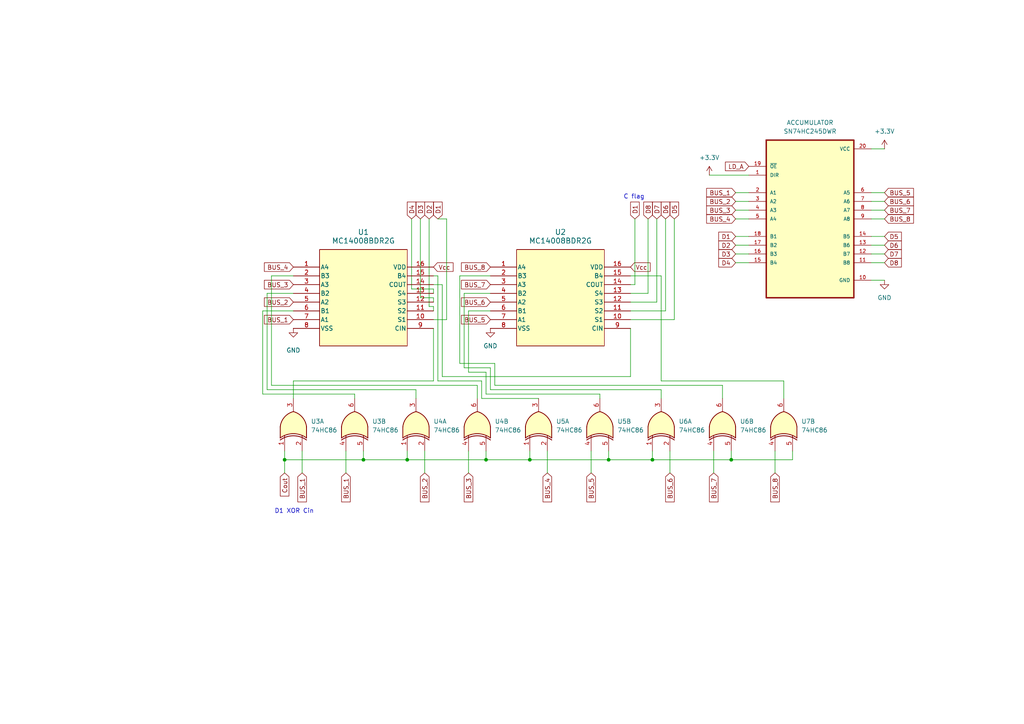
<source format=kicad_sch>
(kicad_sch (version 20250114) (generator "eeschema") (generator_version "9.0")
  (paper "A4")
  (lib_symbols
    (symbol "2025-07-31_20-16-56:MC14008BDR2G" (pin_names (offset 0.254))
      (property "Reference" "U" (at 38.1 -24.13 0))
      (property "Value" "MC14008BDR2G" (at 38.1 -26.67 0))
      (symbol "MC14008BDR2G_0_1"
        (polyline (pts (xy 25.4 -29.21) (xy 25.4 -57.15)) (stroke (width 0.127)))
        (polyline (pts (xy 50.8 -29.21) (xy 25.4 -29.21)) (stroke (width 0.127)))
        (polyline (pts (xy 50.8 -57.15) (xy 50.8 -29.21)) (stroke (width 0.127)))
        (pin bidirectional line (at 17.78 -34.29 0) (length 7.62) (name "A4") (number "1"))
        (pin bidirectional line (at 17.78 -36.83 0) (length 7.62) (name "B3") (number "2"))
        (pin bidirectional line (at 17.78 -39.37 0) (length 7.62) (name "A3") (number "3"))
        (pin bidirectional line (at 17.78 -41.91 0) (length 7.62) (name "B2") (number "4"))
        (pin bidirectional line (at 17.78 -44.45 0) (length 7.62) (name "A2") (number "5"))
        (pin bidirectional line (at 17.78 -46.99 0) (length 7.62) (name "B1") (number "6"))
        (pin bidirectional line (at 17.78 -49.53 0) (length 7.62) (name "A1") (number "7"))
        (pin power_in line (at 17.78 -52.07 0) (length 7.62) (name "VSS") (number "8"))
        (pin power_in line (at 58.42 -34.29 180) (length 7.62) (name "VDD") (number "16"))
        (pin bidirectional line (at 58.42 -36.83 180) (length 7.62) (name "B4") (number "15"))
        (pin output line (at 58.42 -39.37 180) (length 7.62) (name "COUT") (number "14"))
        (pin bidirectional line (at 58.42 -41.91 180) (length 7.62) (name "S4") (number "13"))
        (pin bidirectional line (at 58.42 -44.45 180) (length 7.62) (name "S3") (number "12"))
        (pin bidirectional line (at 58.42 -46.99 180) (length 7.62) (name "S2") (number "11"))
        (pin bidirectional line (at 58.42 -49.53 180) (length 7.62) (name "S1") (number "10"))
        (pin input line (at 58.42 -52.07 180) (length 7.62) (name "CIN") (number "9"))
      )
      (symbol "MC14008BDR2G_1_1"
        (rectangle (start 25.4 -29.21) (end 50.8 -57.15))
        (rectangle (start 25.4 -29.21) (end 50.8 -57.15) (fill (type background)))
        (polyline (pts (xy 25.4 -57.15) (xy 50.8 -57.15)) (stroke (width 0.127)) (fill (type background)))
      )
    )
    (symbol "74xx:74HC86" (pin_names (offset 1.016))
      (property "Reference" "U" (at 0 1.27 0))
      (property "Value" "74HC86" (at 0 -1.27 0))
      (symbol "74HC86_1_0"
        (arc (start -4.4196 3.81) (mid -3.2033 0) (end -4.4196 -3.81) (stroke (width 0.254)))
        (arc (start -3.81 3.81) (mid -2.589 0) (end -3.81 -3.81) (stroke (width 0.254)))
        (polyline (pts (xy -3.81 3.81) (xy -0.635 3.81)) (stroke (width 0.254)) (fill (type background)))
        (polyline (pts (xy -3.81 -3.81) (xy -0.635 -3.81)) (stroke (width 0.254)) (fill (type background)))
        (arc (start 3.81 0) (mid 2.1855 -2.584) (end -0.6096 -3.81) (stroke (width 0.254)) (fill (type background)))
        (arc (start -0.6096 3.81) (mid 2.1928 2.5924) (end 3.81 0) (stroke (width 0.254)) (fill (type background)))
        (polyline (pts (xy -0.635 3.81) (xy -3.81 3.81) (xy -3.81 3.81) (xy -3.556 3.4036) (xy -3.0226 2.2606) (xy -2.6924 1.0414) (xy -2.6162 -0.254) (xy -2.7686 -1.4986) (xy -3.175 -2.7178) (xy -3.81 -3.81) (xy -3.81 -3.81) (xy -0.635 -3.81)) (stroke (width -25.4)) (fill (type background)))
        (pin input line (at -7.62 2.54 0) (length 4.445) (name "~") (number "1"))
        (pin input line (at -7.62 -2.54 0) (length 4.445) (name "~") (number "2"))
        (pin output line (at 7.62 0 180) (length 3.81) (name "~") (number "3"))
      )
      (symbol "74HC86_1_1"
        (polyline (pts (xy -3.81 2.54) (xy -3.175 2.54)) (stroke (width 0.1524)))
        (polyline (pts (xy -3.81 -2.54) (xy -3.175 -2.54)) (stroke (width 0.1524)))
      )
      (symbol "74HC86_2_0"
        (arc (start -4.4196 3.81) (mid -3.2033 0) (end -4.4196 -3.81) (stroke (width 0.254)))
        (arc (start -3.81 3.81) (mid -2.589 0) (end -3.81 -3.81) (stroke (width 0.254)))
        (polyline (pts (xy -3.81 3.81) (xy -0.635 3.81)) (stroke (width 0.254)) (fill (type background)))
        (polyline (pts (xy -3.81 -3.81) (xy -0.635 -3.81)) (stroke (width 0.254)) (fill (type background)))
        (arc (start 3.81 0) (mid 2.1855 -2.584) (end -0.6096 -3.81) (stroke (width 0.254)) (fill (type background)))
        (arc (start -0.6096 3.81) (mid 2.1928 2.5924) (end 3.81 0) (stroke (width 0.254)) (fill (type background)))
        (polyline (pts (xy -0.635 3.81) (xy -3.81 3.81) (xy -3.81 3.81) (xy -3.556 3.4036) (xy -3.0226 2.2606) (xy -2.6924 1.0414) (xy -2.6162 -0.254) (xy -2.7686 -1.4986) (xy -3.175 -2.7178) (xy -3.81 -3.81) (xy -3.81 -3.81) (xy -0.635 -3.81)) (stroke (width -25.4)) (fill (type background)))
        (pin input line (at -7.62 2.54 0) (length 4.445) (name "~") (number "4"))
        (pin input line (at -7.62 -2.54 0) (length 4.445) (name "~") (number "5"))
        (pin output line (at 7.62 0 180) (length 3.81) (name "~") (number "6"))
      )
      (symbol "74HC86_2_1"
        (polyline (pts (xy -3.81 2.54) (xy -3.175 2.54)) (stroke (width 0.1524)))
        (polyline (pts (xy -3.81 -2.54) (xy -3.175 -2.54)) (stroke (width 0.1524)))
      )
      (symbol "74HC86_3_0"
        (arc (start -4.4196 3.81) (mid -3.2033 0) (end -4.4196 -3.81) (stroke (width 0.254)))
        (arc (start -3.81 3.81) (mid -2.589 0) (end -3.81 -3.81) (stroke (width 0.254)))
        (polyline (pts (xy -3.81 3.81) (xy -0.635 3.81)) (stroke (width 0.254)) (fill (type background)))
        (polyline (pts (xy -3.81 -3.81) (xy -0.635 -3.81)) (stroke (width 0.254)) (fill (type background)))
        (arc (start 3.81 0) (mid 2.1855 -2.584) (end -0.6096 -3.81) (stroke (width 0.254)) (fill (type background)))
        (arc (start -0.6096 3.81) (mid 2.1928 2.5924) (end 3.81 0) (stroke (width 0.254)) (fill (type background)))
        (polyline (pts (xy -0.635 3.81) (xy -3.81 3.81) (xy -3.81 3.81) (xy -3.556 3.4036) (xy -3.0226 2.2606) (xy -2.6924 1.0414) (xy -2.6162 -0.254) (xy -2.7686 -1.4986) (xy -3.175 -2.7178) (xy -3.81 -3.81) (xy -3.81 -3.81) (xy -0.635 -3.81)) (stroke (width -25.4)) (fill (type background)))
        (pin input line (at -7.62 2.54 0) (length 4.445) (name "~") (number "9"))
        (pin input line (at -7.62 -2.54 0) (length 4.445) (name "~") (number "10"))
        (pin output line (at 7.62 0 180) (length 3.81) (name "~") (number "8"))
      )
      (symbol "74HC86_3_1"
        (polyline (pts (xy -3.81 2.54) (xy -3.175 2.54)) (stroke (width 0.1524)))
        (polyline (pts (xy -3.81 -2.54) (xy -3.175 -2.54)) (stroke (width 0.1524)))
      )
      (symbol "74HC86_4_0"
        (arc (start -4.4196 3.81) (mid -3.2033 0) (end -4.4196 -3.81) (stroke (width 0.254)))
        (arc (start -3.81 3.81) (mid -2.589 0) (end -3.81 -3.81) (stroke (width 0.254)))
        (polyline (pts (xy -3.81 3.81) (xy -0.635 3.81)) (stroke (width 0.254)) (fill (type background)))
        (polyline (pts (xy -3.81 -3.81) (xy -0.635 -3.81)) (stroke (width 0.254)) (fill (type background)))
        (arc (start 3.81 0) (mid 2.1855 -2.584) (end -0.6096 -3.81) (stroke (width 0.254)) (fill (type background)))
        (arc (start -0.6096 3.81) (mid 2.1928 2.5924) (end 3.81 0) (stroke (width 0.254)) (fill (type background)))
        (polyline (pts (xy -0.635 3.81) (xy -3.81 3.81) (xy -3.81 3.81) (xy -3.556 3.4036) (xy -3.0226 2.2606) (xy -2.6924 1.0414) (xy -2.6162 -0.254) (xy -2.7686 -1.4986) (xy -3.175 -2.7178) (xy -3.81 -3.81) (xy -3.81 -3.81) (xy -0.635 -3.81)) (stroke (width -25.4)) (fill (type background)))
        (pin input line (at -7.62 2.54 0) (length 4.445) (name "~") (number "12"))
        (pin input line (at -7.62 -2.54 0) (length 4.445) (name "~") (number "13"))
        (pin output line (at 7.62 0 180) (length 3.81) (name "~") (number "11"))
      )
      (symbol "74HC86_4_1"
        (polyline (pts (xy -3.81 2.54) (xy -3.175 2.54)) (stroke (width 0.1524)))
        (polyline (pts (xy -3.81 -2.54) (xy -3.175 -2.54)) (stroke (width 0.1524)))
      )
      (symbol "74HC86_5_0"
        (pin power_in line (at 0 12.7 270) (length 5.08) (name "VCC") (number "14"))
        (pin power_in line (at 0 -12.7 90) (length 5.08) (name "GND") (number "7"))
      )
      (symbol "74HC86_5_1"
        (rectangle (start -5.08 7.62) (end 5.08 -7.62) (stroke (width 0.254)) (fill (type background)))
      )
    )
    (symbol "SN74HC245DWR:SN74HC245DWR" (pin_names (offset 1.016))
      (property "Reference" "U" (at -12.7 23.86 0))
      (property "Value" "SN74HC245DWR" (at -12.7 -26.86 0))
      (symbol "SN74HC245DWR_0_0"
        (rectangle (start -12.7 -22.86) (end 12.7 22.86) (stroke (width 0.41)) (fill (type background)))
        (pin input line (at -17.78 15.24 0) (length 5.08) (name "~{OE}") (number "19"))
        (pin input line (at -17.78 12.7 0) (length 5.08) (name "DIR") (number "1"))
        (pin bidirectional line (at -17.78 7.62 0) (length 5.08) (name "A1") (number "2"))
        (pin bidirectional line (at -17.78 5.08 0) (length 5.08) (name "A2") (number "3"))
        (pin bidirectional line (at -17.78 2.54 0) (length 5.08) (name "A3") (number "4"))
        (pin bidirectional line (at -17.78 0 0) (length 5.08) (name "A4") (number "5"))
        (pin bidirectional line (at -17.78 -5.08 0) (length 5.08) (name "B1") (number "18"))
        (pin bidirectional line (at -17.78 -7.62 0) (length 5.08) (name "B2") (number "17"))
        (pin bidirectional line (at -17.78 -10.16 0) (length 5.08) (name "B3") (number "16"))
        (pin bidirectional line (at -17.78 -12.7 0) (length 5.08) (name "B4") (number "15"))
        (pin power_in line (at 17.78 20.32 180) (length 5.08) (name "VCC") (number "20"))
        (pin bidirectional line (at 17.78 7.62 180) (length 5.08) (name "A5") (number "6"))
        (pin bidirectional line (at 17.78 5.08 180) (length 5.08) (name "A6") (number "7"))
        (pin bidirectional line (at 17.78 2.54 180) (length 5.08) (name "A7") (number "8"))
        (pin bidirectional line (at 17.78 0 180) (length 5.08) (name "A8") (number "9"))
        (pin bidirectional line (at 17.78 -5.08 180) (length 5.08) (name "B5") (number "14"))
        (pin bidirectional line (at 17.78 -7.62 180) (length 5.08) (name "B6") (number "13"))
        (pin bidirectional line (at 17.78 -10.16 180) (length 5.08) (name "B7") (number "12"))
        (pin bidirectional line (at 17.78 -12.7 180) (length 5.08) (name "B8") (number "11"))
        (pin power_in line (at 17.78 -17.78 180) (length 5.08) (name "GND") (number "10"))
      )
    )
    (symbol "power:+3.3V" (power) (pin_numbers (hide yes)) (pin_names (offset 0) (hide yes))
      (property "Value" "+3.3V" (at 0 3.556 0))
      (symbol "+3.3V_0_1"
        (polyline (pts (xy -0.762 1.27) (xy 0 2.54)))
        (polyline (pts (xy 0 2.54) (xy 0.762 1.27)))
        (polyline (pts (xy 0 0) (xy 0 2.54)))
      )
      (symbol "+3.3V_1_1"
        (pin power_in line (at 0 0 90) (length 0) (name "~") (number "1"))
      )
    )
    (symbol "power:GND" (power) (pin_numbers (hide yes)) (pin_names (offset 0) (hide yes))
      (property "Value" "GND" (at 0 -3.81 0))
      (symbol "GND_0_1"
        (polyline (pts (xy 0 0) (xy 0 -1.27) (xy 1.27 -1.27) (xy 0 -2.54) (xy -1.27 -1.27) (xy 0 -1.27)))
      )
      (symbol "GND_1_1"
        (pin power_in line (at 0 0 270) (length 0) (name "~") (number "1"))
      )
    )
  )
  (text "D1 XOR Cin" (at 85.344 148.336 0) (effects (font (size 1.27 1.27))))
  (text "C flag" (at 183.896 57.15 0) (effects (font (size 1.27 1.27))))
  (junction (at 140.97 133.35))
  (junction (at 118.11 133.35))
  (junction (at 212.09 133.35))
  (junction (at 105.41 133.35))
  (junction (at 176.53 133.35))
  (junction (at 153.67 133.35))
  (junction (at 189.23 133.35))
  (junction (at 82.55 133.35))
  (wire (pts (xy 252.73 81.28) (xy 256.54 81.28)))
  (wire (pts (xy 133.35 80.01) (xy 142.24 80.01)))
  (wire (pts (xy 171.45 130.81) (xy 171.45 137.16)))
  (wire (pts (xy 125.73 82.55) (xy 128.27 82.55)))
  (wire (pts (xy 182.88 82.55) (xy 184.15 82.55)))
  (wire (pts (xy 182.88 87.63) (xy 190.5 87.63)))
  (wire (pts (xy 173.99 115.57) (xy 173.99 114.3)))
  (wire (pts (xy 102.87 114.3) (xy 102.87 115.57)))
  (wire (pts (xy 156.21 115.57) (xy 139.7 115.57)))
  (wire (pts (xy 209.55 115.57) (xy 209.55 111.76)))
  (wire (pts (xy 213.36 63.5) (xy 217.17 63.5)))
  (wire (pts (xy 189.23 133.35) (xy 189.23 130.81)))
  (wire (pts (xy 127 110.49) (xy 127 80.01)))
  (wire (pts (xy 227.33 110.49) (xy 191.77 110.49)))
  (wire (pts (xy 191.77 80.01) (xy 182.88 80.01)))
  (wire (pts (xy 213.36 73.66) (xy 217.17 73.66)))
  (wire (pts (xy 125.73 110.49) (xy 125.73 95.25)))
  (wire (pts (xy 87.63 130.81) (xy 87.63 137.16)))
  (wire (pts (xy 76.2 114.3) (xy 102.87 114.3)))
  (wire (pts (xy 77.47 113.03) (xy 77.47 85.09)))
  (wire (pts (xy 78.74 80.01) (xy 78.74 111.76)))
  (wire (pts (xy 82.55 133.35) (xy 82.55 130.81)))
  (wire (pts (xy 82.55 133.35) (xy 105.41 133.35)))
  (wire (pts (xy 139.7 110.49) (xy 127 110.49)))
  (wire (pts (xy 133.35 105.41) (xy 133.35 80.01)))
  (wire (pts (xy 124.46 88.9) (xy 124.46 63.5)))
  (wire (pts (xy 173.99 114.3) (xy 140.97 114.3)))
  (wire (pts (xy 135.89 90.17) (xy 142.24 90.17)))
  (wire (pts (xy 125.73 90.17) (xy 125.73 88.9)))
  (wire (pts (xy 213.36 55.88) (xy 217.17 55.88)))
  (wire (pts (xy 118.11 133.35) (xy 140.97 133.35)))
  (wire (pts (xy 125.73 88.9) (xy 124.46 88.9)))
  (wire (pts (xy 125.73 83.82) (xy 119.38 83.82)))
  (wire (pts (xy 153.67 133.35) (xy 176.53 133.35)))
  (wire (pts (xy 252.73 60.96) (xy 256.54 60.96)))
  (wire (pts (xy 224.79 130.81) (xy 224.79 137.16)))
  (wire (pts (xy 209.55 111.76) (xy 143.51 111.76)))
  (wire (pts (xy 252.73 68.58) (xy 256.54 68.58)))
  (wire (pts (xy 142.24 106.68) (xy 134.62 106.68)))
  (wire (pts (xy 78.74 111.76) (xy 138.43 111.76)))
  (wire (pts (xy 120.65 113.03) (xy 77.47 113.03)))
  (wire (pts (xy 76.2 114.3) (xy 76.2 90.17)))
  (wire (pts (xy 195.58 63.5) (xy 195.58 92.71)))
  (wire (pts (xy 85.09 110.49) (xy 125.73 110.49)))
  (wire (pts (xy 191.77 115.57) (xy 191.77 113.03)))
  (wire (pts (xy 213.36 60.96) (xy 217.17 60.96)))
  (wire (pts (xy 77.47 85.09) (xy 85.09 85.09)))
  (wire (pts (xy 85.09 115.57) (xy 85.09 110.49)))
  (wire (pts (xy 128.27 82.55) (xy 128.27 109.22)))
  (wire (pts (xy 143.51 105.41) (xy 133.35 105.41)))
  (wire (pts (xy 191.77 110.49) (xy 191.77 80.01)))
  (wire (pts (xy 189.23 133.35) (xy 212.09 133.35)))
  (wire (pts (xy 138.43 111.76) (xy 138.43 115.57)))
  (wire (pts (xy 119.38 63.5) (xy 119.38 83.82)))
  (wire (pts (xy 135.89 130.81) (xy 135.89 137.16)))
  (wire (pts (xy 105.41 133.35) (xy 118.11 133.35)))
  (wire (pts (xy 182.88 85.09) (xy 187.96 85.09)))
  (wire (pts (xy 135.89 107.95) (xy 135.89 90.17)))
  (wire (pts (xy 125.73 87.63) (xy 125.73 86.36)))
  (wire (pts (xy 100.33 130.81) (xy 100.33 137.16)))
  (wire (pts (xy 227.33 115.57) (xy 227.33 110.49)))
  (wire (pts (xy 125.73 86.36) (xy 121.92 86.36)))
  (wire (pts (xy 125.73 92.71) (xy 129.54 92.71)))
  (wire (pts (xy 212.09 133.35) (xy 229.87 133.35)))
  (wire (pts (xy 193.04 63.5) (xy 193.04 90.17)))
  (wire (pts (xy 134.62 106.68) (xy 134.62 85.09)))
  (wire (pts (xy 105.41 133.35) (xy 105.41 130.81)))
  (wire (pts (xy 76.2 90.17) (xy 85.09 90.17)))
  (wire (pts (xy 191.77 113.03) (xy 142.24 113.03)))
  (wire (pts (xy 194.31 130.81) (xy 194.31 137.16)))
  (wire (pts (xy 229.87 133.35) (xy 229.87 130.81)))
  (wire (pts (xy 128.27 109.22) (xy 182.88 109.22)))
  (wire (pts (xy 252.73 58.42) (xy 256.54 58.42)))
  (wire (pts (xy 176.53 133.35) (xy 176.53 130.81)))
  (wire (pts (xy 176.53 133.35) (xy 189.23 133.35)))
  (wire (pts (xy 184.15 63.5) (xy 184.15 82.55)))
  (wire (pts (xy 118.11 133.35) (xy 118.11 130.81)))
  (wire (pts (xy 129.54 63.5) (xy 127 63.5)))
  (wire (pts (xy 140.97 107.95) (xy 135.89 107.95)))
  (wire (pts (xy 143.51 111.76) (xy 143.51 105.41)))
  (wire (pts (xy 182.88 92.71) (xy 195.58 92.71)))
  (wire (pts (xy 205.74 50.8) (xy 217.17 50.8)))
  (wire (pts (xy 213.36 68.58) (xy 217.17 68.58)))
  (wire (pts (xy 252.73 63.5) (xy 256.54 63.5)))
  (wire (pts (xy 140.97 133.35) (xy 140.97 130.81)))
  (wire (pts (xy 213.36 76.2) (xy 217.17 76.2)))
  (wire (pts (xy 182.88 90.17) (xy 193.04 90.17)))
  (wire (pts (xy 82.55 137.16) (xy 82.55 133.35)))
  (wire (pts (xy 207.01 130.81) (xy 207.01 137.16)))
  (wire (pts (xy 139.7 115.57) (xy 139.7 110.49)))
  (wire (pts (xy 140.97 114.3) (xy 140.97 107.95)))
  (wire (pts (xy 127 80.01) (xy 125.73 80.01)))
  (wire (pts (xy 252.73 71.12) (xy 256.54 71.12)))
  (wire (pts (xy 142.24 113.03) (xy 142.24 106.68)))
  (wire (pts (xy 85.09 80.01) (xy 78.74 80.01)))
  (wire (pts (xy 129.54 92.71) (xy 129.54 63.5)))
  (wire (pts (xy 252.73 55.88) (xy 256.54 55.88)))
  (wire (pts (xy 252.73 73.66) (xy 256.54 73.66)))
  (wire (pts (xy 187.96 63.5) (xy 187.96 85.09)))
  (wire (pts (xy 123.19 130.81) (xy 123.19 137.16)))
  (wire (pts (xy 120.65 115.57) (xy 120.65 113.03)))
  (wire (pts (xy 213.36 71.12) (xy 217.17 71.12)))
  (wire (pts (xy 190.5 63.5) (xy 190.5 87.63)))
  (wire (pts (xy 153.67 133.35) (xy 153.67 130.81)))
  (wire (pts (xy 158.75 130.81) (xy 158.75 137.16)))
  (wire (pts (xy 125.73 85.09) (xy 125.73 83.82)))
  (wire (pts (xy 182.88 95.25) (xy 182.88 109.22)))
  (wire (pts (xy 213.36 58.42) (xy 217.17 58.42)))
  (wire (pts (xy 212.09 133.35) (xy 212.09 130.81)))
  (wire (pts (xy 140.97 133.35) (xy 153.67 133.35)))
  (wire (pts (xy 252.73 76.2) (xy 256.54 76.2)))
  (wire (pts (xy 121.92 86.36) (xy 121.92 63.5)))
  (wire (pts (xy 252.73 43.18) (xy 256.54 43.18)))
  (wire (pts (xy 134.62 85.09) (xy 142.24 85.09)))
  (global_label "BUS_7" (shape input) (at 256.54 60.96 0) (property "Intersheetrefs" "${INTERSHEET_REFS}" (effects (hide yes))))
  (global_label "D3" (shape input) (at 213.36 73.66 180) (property "Intersheetrefs" "${INTERSHEET_REFS}" (effects (hide yes))))
  (global_label "BUS_4" (shape input) (at 158.75 137.16 270) (property "Intersheetrefs" "${INTERSHEET_REFS}" (effects (hide yes))))
  (global_label "BUS_7" (shape input) (at 142.24 82.55 180) (property "Intersheetrefs" "${INTERSHEET_REFS}" (effects (hide yes))))
  (global_label "BUS_5" (shape input) (at 256.54 55.88 0) (property "Intersheetrefs" "${INTERSHEET_REFS}" (effects (hide yes))))
  (global_label "BUS_5" (shape input) (at 171.45 137.16 270) (property "Intersheetrefs" "${INTERSHEET_REFS}" (effects (hide yes))))
  (global_label "D4" (shape input) (at 213.36 76.2 180) (property "Intersheetrefs" "${INTERSHEET_REFS}" (effects (hide yes))))
  (global_label "Vcc" (shape input) (at 182.88 77.47 0) (property "Intersheetrefs" "${INTERSHEET_REFS}" (effects (hide yes))))
  (global_label "D1" (shape input) (at 184.15 63.5 90) (property "Intersheetrefs" "${INTERSHEET_REFS}" (effects (hide yes))))
  (global_label "BUS_2" (shape input) (at 123.19 137.16 270) (property "Intersheetrefs" "${INTERSHEET_REFS}" (effects (hide yes))))
  (global_label "BUS_3" (shape input) (at 135.89 137.16 270) (property "Intersheetrefs" "${INTERSHEET_REFS}" (effects (hide yes))))
  (global_label "BUS_1" (shape input) (at 213.36 55.88 180) (property "Intersheetrefs" "${INTERSHEET_REFS}" (effects (hide yes))))
  (global_label "D2" (shape input) (at 213.36 71.12 180) (property "Intersheetrefs" "${INTERSHEET_REFS}" (effects (hide yes))))
  (global_label "D4" (shape input) (at 119.38 63.5 90) (property "Intersheetrefs" "${INTERSHEET_REFS}" (effects (hide yes))))
  (global_label "BUS_2" (shape input) (at 213.36 58.42 180) (property "Intersheetrefs" "${INTERSHEET_REFS}" (effects (hide yes))))
  (global_label "BUS_4" (shape input) (at 85.09 77.47 180) (property "Intersheetrefs" "${INTERSHEET_REFS}" (effects (hide yes))))
  (global_label "BUS_1" (shape input) (at 85.09 92.71 180) (property "Intersheetrefs" "${INTERSHEET_REFS}" (effects (hide yes))))
  (global_label "D1" (shape input) (at 127 63.5 90) (property "Intersheetrefs" "${INTERSHEET_REFS}" (effects (hide yes))))
  (global_label "LD_A" (shape input) (at 217.17 48.26 180) (property "Intersheetrefs" "${INTERSHEET_REFS}" (effects (hide yes))))
  (global_label "Cout" (shape input) (at 82.55 137.16 270) (property "Intersheetrefs" "${INTERSHEET_REFS}" (effects (hide yes))))
  (global_label "D7" (shape input) (at 256.54 73.66 0) (property "Intersheetrefs" "${INTERSHEET_REFS}" (effects (hide yes))))
  (global_label "BUS_5" (shape input) (at 142.24 92.71 180) (property "Intersheetrefs" "${INTERSHEET_REFS}" (effects (hide yes))))
  (global_label "BUS_6" (shape input) (at 256.54 58.42 0) (property "Intersheetrefs" "${INTERSHEET_REFS}" (effects (hide yes))))
  (global_label "D5" (shape input) (at 195.58 63.5 90) (property "Intersheetrefs" "${INTERSHEET_REFS}" (effects (hide yes))))
  (global_label "D2" (shape input) (at 124.46 63.5 90) (property "Intersheetrefs" "${INTERSHEET_REFS}" (effects (hide yes))))
  (global_label "BUS_8" (shape input) (at 256.54 63.5 0) (property "Intersheetrefs" "${INTERSHEET_REFS}" (effects (hide yes))))
  (global_label "D6" (shape input) (at 193.04 63.5 90) (property "Intersheetrefs" "${INTERSHEET_REFS}" (effects (hide yes))))
  (global_label "D7" (shape input) (at 190.5 63.5 90) (property "Intersheetrefs" "${INTERSHEET_REFS}" (effects (hide yes))))
  (global_label "BUS_2" (shape input) (at 85.09 87.63 180) (property "Intersheetrefs" "${INTERSHEET_REFS}" (effects (hide yes))))
  (global_label "BUS_1" (shape input) (at 100.33 137.16 270) (property "Intersheetrefs" "${INTERSHEET_REFS}" (effects (hide yes))))
  (global_label "BUS_7" (shape input) (at 207.01 137.16 270) (property "Intersheetrefs" "${INTERSHEET_REFS}" (effects (hide yes))))
  (global_label "D5" (shape input) (at 256.54 68.58 0) (property "Intersheetrefs" "${INTERSHEET_REFS}" (effects (hide yes))))
  (global_label "D1" (shape input) (at 213.36 68.58 180) (property "Intersheetrefs" "${INTERSHEET_REFS}" (effects (hide yes))))
  (global_label "BUS_6" (shape input) (at 142.24 87.63 180) (property "Intersheetrefs" "${INTERSHEET_REFS}" (effects (hide yes))))
  (global_label "BUS_3" (shape input) (at 85.09 82.55 180) (property "Intersheetrefs" "${INTERSHEET_REFS}" (effects (hide yes))))
  (global_label "Vcc" (shape input) (at 125.73 77.47 0) (property "Intersheetrefs" "${INTERSHEET_REFS}" (effects (hide yes))))
  (global_label "BUS_8" (shape input) (at 224.79 137.16 270) (property "Intersheetrefs" "${INTERSHEET_REFS}" (effects (hide yes))))
  (global_label "BUS_4" (shape input) (at 213.36 63.5 180) (property "Intersheetrefs" "${INTERSHEET_REFS}" (effects (hide yes))))
  (global_label "D8" (shape input) (at 256.54 76.2 0) (property "Intersheetrefs" "${INTERSHEET_REFS}" (effects (hide yes))))
  (global_label "BUS_8" (shape input) (at 142.24 77.47 180) (property "Intersheetrefs" "${INTERSHEET_REFS}" (effects (hide yes))))
  (global_label "D8" (shape input) (at 187.96 63.5 90) (property "Intersheetrefs" "${INTERSHEET_REFS}" (effects (hide yes))))
  (global_label "D6" (shape input) (at 256.54 71.12 0) (property "Intersheetrefs" "${INTERSHEET_REFS}" (effects (hide yes))))
  (global_label "BUS_6" (shape input) (at 194.31 137.16 270) (property "Intersheetrefs" "${INTERSHEET_REFS}" (effects (hide yes))))
  (global_label "BUS_1" (shape input) (at 87.63 137.16 270) (property "Intersheetrefs" "${INTERSHEET_REFS}" (effects (hide yes))))
  (global_label "D3" (shape input) (at 121.92 63.5 90) (property "Intersheetrefs" "${INTERSHEET_REFS}" (effects (hide yes))))
  (global_label "BUS_3" (shape input) (at 213.36 60.96 180) (property "Intersheetrefs" "${INTERSHEET_REFS}" (effects (hide yes))))
  (symbol (lib_id "2025-07-31_20-16-56:MC14008BDR2G") (at 67.31 43.18 0) (unit 1)
    (property "Reference" "U1" (at 105.41 67.31 0) (effects (font (size 1.524 1.524))))
    (property "Value" "MC14008BDR2G" (at 105.41 69.85 0) (effects (font (size 1.524 1.524))))
    (property "Footprint" "SOIC-16_ONS" (effects (hide yes)))
    (property "Datasheet" "MC14008BDR2G" (effects (hide yes)))
  )
  (symbol (lib_id "2025-07-31_20-16-56:MC14008BDR2G") (at 124.46 43.18 0) (unit 1)
    (property "Reference" "U2" (at 162.56 67.31 0) (effects (font (size 1.524 1.524))))
    (property "Value" "MC14008BDR2G" (at 162.56 69.85 0) (effects (font (size 1.524 1.524))))
    (property "Footprint" "SOIC-16_ONS" (effects (hide yes)))
    (property "Datasheet" "MC14008BDR2G" (effects (hide yes)))
  )
  (symbol (lib_id "power:GND") (at 256.54 81.28 0) (unit 1)
    (property "Reference" "#PWR031" (effects (hide yes)))
    (property "Value" "GND" (at 256.54 86.36 0))
    (property "Description" "Power symbol creates a global label with name \"GND\" , ground" (effects (hide yes)))
  )
  (symbol (lib_id "power:GND") (at 142.24 95.25 0) (unit 1)
    (property "Reference" "#PWR023" (effects (hide yes)))
    (property "Value" "GND" (at 142.24 100.33 0))
    (property "Description" "Power symbol creates a global label with name \"GND\" , ground" (effects (hide yes)))
  )
  (symbol (lib_id "74xx:74HC86") (at 138.43 123.19 90) (unit 2)
    (property "Reference" "U4" (at 143.51 122.2247 90) (effects (justify right)))
    (property "Value" "74HC86" (at 143.51 124.7647 90) (effects (justify right)))
    (property "Datasheet" "http://www.ti.com/lit/gpn/sn74HC86" (effects (hide yes)))
    (property "Description" "Quad 2-input XOR" (effects (hide yes)))
  )
  (symbol (lib_id "power:GND") (at 85.09 95.25 0) (unit 1)
    (property "Reference" "#PWR020" (effects (hide yes)))
    (property "Value" "GND" (at 85.09 101.6 0))
    (property "Description" "Power symbol creates a global label with name \"GND\" , ground" (effects (hide yes)))
  )
  (symbol (lib_id "power:+3.3V") (at 205.74 50.8 0) (unit 1)
    (property "Reference" "#PWR015" (effects (hide yes)))
    (property "Value" "+3.3V" (at 205.74 45.72 0))
    (property "Description" "Power symbol creates a global label with name \"+3.3V\"" (effects (hide yes)))
  )
  (symbol (lib_id "power:+3.3V") (at 256.54 43.18 0) (unit 1)
    (property "Reference" "#PWR016" (effects (hide yes)))
    (property "Value" "+3.3V" (at 256.54 38.1 0))
    (property "Description" "Power symbol creates a global label with name \"+3.3V\"" (effects (hide yes)))
  )
  (symbol (lib_id "74xx:74HC86") (at 209.55 123.19 90) (unit 2)
    (property "Reference" "U6" (at 214.63 122.2247 90) (effects (justify right)))
    (property "Value" "74HC86" (at 214.63 124.7647 90) (effects (justify right)))
    (property "Datasheet" "http://www.ti.com/lit/gpn/sn74HC86" (effects (hide yes)))
    (property "Description" "Quad 2-input XOR" (effects (hide yes)))
  )
  (symbol (lib_id "74xx:74HC86") (at 156.21 123.19 90) (unit 1)
    (property "Reference" "U5" (at 161.29 122.2247 90) (effects (justify right)))
    (property "Value" "74HC86" (at 161.29 124.7647 90) (effects (justify right)))
    (property "Datasheet" "http://www.ti.com/lit/gpn/sn74HC86" (effects (hide yes)))
    (property "Description" "Quad 2-input XOR" (effects (hide yes)))
  )
  (symbol (lib_id "74xx:74HC86") (at 191.77 123.19 90) (unit 1)
    (property "Reference" "U6" (at 196.85 122.2247 90) (effects (justify right)))
    (property "Value" "74HC86" (at 196.85 124.7647 90) (effects (justify right)))
    (property "Datasheet" "http://www.ti.com/lit/gpn/sn74HC86" (effects (hide yes)))
    (property "Description" "Quad 2-input XOR" (effects (hide yes)))
  )
  (symbol (lib_id "74xx:74HC86") (at 227.33 123.19 90) (unit 2)
    (property "Reference" "U7" (at 232.41 122.2247 90) (effects (justify right)))
    (property "Value" "74HC86" (at 232.41 124.7647 90) (effects (justify right)))
    (property "Datasheet" "http://www.ti.com/lit/gpn/sn74HC86" (effects (hide yes)))
    (property "Description" "Quad 2-input XOR" (effects (hide yes)))
  )
  (symbol (lib_id "74xx:74HC86") (at 102.87 123.19 90) (unit 2)
    (property "Reference" "U3" (at 107.95 122.2247 90) (effects (justify right)))
    (property "Value" "74HC86" (at 107.95 124.7647 90) (effects (justify right)))
    (property "Datasheet" "http://www.ti.com/lit/gpn/sn74HC86" (effects (hide yes)))
    (property "Description" "Quad 2-input XOR" (effects (hide yes)))
  )
  (symbol (lib_id "74xx:74HC86") (at 85.09 123.19 90) (unit 1)
    (property "Reference" "U3" (at 90.17 122.2247 90) (effects (justify right)))
    (property "Value" "74HC86" (at 90.17 124.7647 90) (effects (justify right)))
    (property "Datasheet" "http://www.ti.com/lit/gpn/sn74HC86" (effects (hide yes)))
    (property "Description" "Quad 2-input XOR" (effects (hide yes)))
  )
  (symbol (lib_id "74xx:74HC86") (at 173.99 123.19 90) (unit 2)
    (property "Reference" "U5" (at 179.07 122.2247 90) (effects (justify right)))
    (property "Value" "74HC86" (at 179.07 124.7647 90) (effects (justify right)))
    (property "Datasheet" "http://www.ti.com/lit/gpn/sn74HC86" (effects (hide yes)))
    (property "Description" "Quad 2-input XOR" (effects (hide yes)))
  )
  (symbol (lib_id "74xx:74HC86") (at 120.65 123.19 90) (unit 1)
    (property "Reference" "U4" (at 125.73 122.2247 90) (effects (justify right)))
    (property "Value" "74HC86" (at 125.73 124.7647 90) (effects (justify right)))
    (property "Datasheet" "http://www.ti.com/lit/gpn/sn74HC86" (effects (hide yes)))
    (property "Description" "Quad 2-input XOR" (effects (hide yes)))
  )
  (symbol (lib_id "SN74HC245DWR:SN74HC245DWR") (at 234.95 63.5 0) (unit 1)
    (property "Reference" "ACCUMULATOR" (at 234.95 35.56 0))
    (property "Value" "SN74HC245DWR" (at 234.95 38.1 0))
    (property "Footprint" "SN74HC245DWR:SOIC127P1030X265-20N" (effects (hide yes)))
  )
)
</source>
